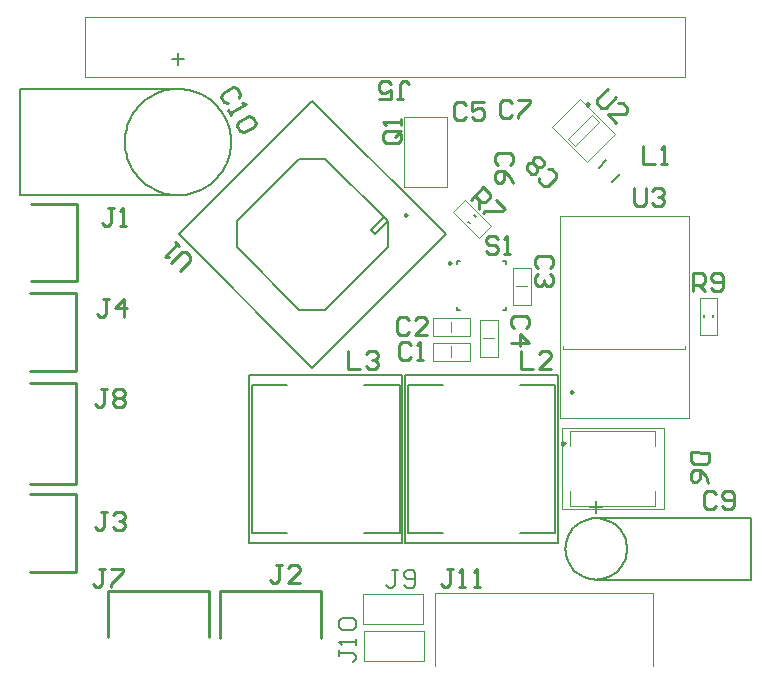
<source format=gto>
G04*
G04 #@! TF.GenerationSoftware,Altium Limited,Altium Designer,21.3.2 (30)*
G04*
G04 Layer_Color=65535*
%FSLAX25Y25*%
%MOIN*%
G70*
G04*
G04 #@! TF.SameCoordinates,2D34F3B8-E760-4067-911C-3035D0D24B3A*
G04*
G04*
G04 #@! TF.FilePolarity,Positive*
G04*
G01*
G75*
%ADD10C,0.00984*%
%ADD11C,0.00787*%
%ADD12C,0.00394*%
%ADD13C,0.01000*%
D10*
X196032Y187579D02*
X195294Y188005D01*
Y187153D01*
X196032Y187579D01*
X187894Y74508D02*
X187156Y74934D01*
Y74082D01*
X187894Y74508D01*
X150098Y134646D02*
X149360Y135072D01*
Y134220D01*
X150098Y134646D01*
X190847Y91732D02*
X190108Y92159D01*
Y91306D01*
X190847Y91732D01*
X135441Y150625D02*
X134702Y151051D01*
Y150198D01*
X135441Y150625D01*
D11*
X208661Y39370D02*
X208612Y40373D01*
X208465Y41367D01*
X208221Y42342D01*
X207882Y43287D01*
X207453Y44195D01*
X206936Y45057D01*
X206338Y45864D01*
X205663Y46608D01*
X204919Y47283D01*
X204112Y47881D01*
X203251Y48398D01*
X202342Y48827D01*
X201397Y49165D01*
X200422Y49410D01*
X199428Y49557D01*
X198425Y49606D01*
X197422Y49557D01*
X196428Y49410D01*
X195454Y49165D01*
X194508Y48827D01*
X193600Y48398D01*
X192738Y47881D01*
X191931Y47283D01*
X191187Y46608D01*
X190513Y45864D01*
X189914Y45057D01*
X189398Y44195D01*
X188968Y43287D01*
X188630Y42342D01*
X188386Y41367D01*
X188238Y40373D01*
X188189Y39370D01*
X188238Y38367D01*
X188386Y37373D01*
X188630Y36399D01*
X188968Y35453D01*
X189398Y34545D01*
X189914Y33683D01*
X190513Y32876D01*
X191187Y32132D01*
X191931Y31457D01*
X192738Y30859D01*
X193600Y30343D01*
X194508Y29913D01*
X195454Y29575D01*
X196428Y29331D01*
X197422Y29183D01*
X198425Y29134D01*
X199428Y29183D01*
X200422Y29331D01*
X201397Y29575D01*
X202342Y29913D01*
X203251Y30343D01*
X204112Y30859D01*
X204919Y31457D01*
X205663Y32132D01*
X206338Y32876D01*
X206936Y33683D01*
X207453Y34545D01*
X207882Y35453D01*
X208221Y36399D01*
X208465Y37373D01*
X208612Y38367D01*
X208661Y39370D01*
X76772Y175000D02*
X76743Y176002D01*
X76658Y177001D01*
X76517Y177994D01*
X76319Y178977D01*
X76067Y179948D01*
X75760Y180902D01*
X75399Y181838D01*
X74986Y182751D01*
X74522Y183640D01*
X74008Y184502D01*
X73447Y185332D01*
X72839Y186130D01*
X72188Y186892D01*
X71494Y187616D01*
X70760Y188299D01*
X69989Y188940D01*
X69183Y189536D01*
X68344Y190086D01*
X67476Y190587D01*
X66580Y191039D01*
X65661Y191439D01*
X64720Y191786D01*
X63762Y192080D01*
X62788Y192319D01*
X61802Y192502D01*
X60807Y192630D01*
X59807Y192701D01*
X58804Y192715D01*
X57803Y192672D01*
X56805Y192573D01*
X55814Y192418D01*
X54834Y192206D01*
X53867Y191940D01*
X52917Y191619D01*
X51987Y191245D01*
X51079Y190820D01*
X50197Y190343D01*
X49343Y189817D01*
X48520Y189244D01*
X47731Y188625D01*
X46979Y187963D01*
X46265Y187259D01*
X45592Y186515D01*
X44962Y185735D01*
X44377Y184921D01*
X43839Y184074D01*
X43350Y183199D01*
X42911Y182298D01*
X42524Y181372D01*
X42190Y180427D01*
X41910Y179464D01*
X41685Y178487D01*
X41516Y177499D01*
X41402Y176503D01*
X41346Y175501D01*
X41346Y174499D01*
X41402Y173498D01*
X41516Y172501D01*
X41685Y171513D01*
X41910Y170536D01*
X42190Y169573D01*
X42524Y168628D01*
X42911Y167703D01*
X43350Y166801D01*
X43839Y165926D01*
X44377Y165079D01*
X44962Y164265D01*
X45592Y163485D01*
X46264Y162741D01*
X46979Y162037D01*
X47731Y161375D01*
X48520Y160756D01*
X49343Y160183D01*
X50197Y159657D01*
X51079Y159180D01*
X51987Y158755D01*
X52917Y158381D01*
X53867Y158060D01*
X54834Y157794D01*
X55814Y157582D01*
X56805Y157427D01*
X57803Y157328D01*
X58804Y157285D01*
X59807Y157299D01*
X60807Y157370D01*
X61802Y157498D01*
X62788Y157681D01*
X63762Y157920D01*
X64720Y158214D01*
X65661Y158561D01*
X66580Y158961D01*
X67476Y159413D01*
X68344Y159914D01*
X69183Y160464D01*
X69989Y161060D01*
X70760Y161701D01*
X71494Y162384D01*
X72188Y163108D01*
X72839Y163870D01*
X73447Y164668D01*
X74008Y165499D01*
X74522Y166360D01*
X74986Y167249D01*
X75399Y168162D01*
X75760Y169098D01*
X76067Y170053D01*
X76319Y171023D01*
X76517Y172006D01*
X76658Y172999D01*
X76743Y173998D01*
X76772Y175000D01*
X234350Y116535D02*
Y117323D01*
X237303Y116535D02*
Y117323D01*
X198425Y49606D02*
X249902D01*
Y29035D02*
Y49606D01*
X198425Y29035D02*
X249902D01*
X198524Y51504D02*
Y55504D01*
X196524Y53504D02*
X200524D01*
X152165Y134350D02*
Y135236D01*
X153051D01*
X167421D02*
X168307D01*
Y134350D02*
Y135236D01*
Y119095D02*
Y119980D01*
X167421Y119095D02*
X168307D01*
X152165D02*
Y119980D01*
Y119095D02*
X153051D01*
X203800Y161805D02*
X206305Y164310D01*
X199206Y166398D02*
X201712Y168904D01*
X82677Y41240D02*
Y97342D01*
Y41240D02*
X133858D01*
Y97342D01*
X82677D02*
X133858D01*
X83661Y44685D02*
Y93898D01*
X132874Y44685D02*
Y93898D01*
X83661Y44685D02*
X95473D01*
X83661Y93898D02*
X95473D01*
X121063Y44685D02*
X132874D01*
X121063Y93898D02*
X132874D01*
X57055Y202716D02*
X61055D01*
X59055Y200716D02*
Y204716D01*
X6201Y157283D02*
X59055D01*
X6201D02*
Y192717D01*
X58858D01*
X173031Y93898D02*
X184843D01*
X173031Y44685D02*
X184843D01*
X135630Y93898D02*
X147441D01*
X135630Y44685D02*
X147441D01*
X184843D02*
Y93898D01*
X135630Y44685D02*
Y93898D01*
X134646Y97342D02*
X185827D01*
Y41240D02*
Y97342D01*
X134646Y41240D02*
X185827D01*
X134646D02*
Y97342D01*
X155764Y148447D02*
X156321Y147890D01*
X157852Y150535D02*
X158409Y149978D01*
X108154Y169485D02*
X129033Y148606D01*
X78644Y139976D02*
X99524Y119097D01*
X108154D02*
X129033Y139976D01*
X78644Y148606D02*
X99524Y169485D01*
X129033Y139976D02*
Y148606D01*
X99524Y119097D02*
X108154D01*
X99524Y169485D02*
X108154D01*
X78644Y139976D02*
Y148606D01*
X124857Y144430D02*
X129033Y148606D01*
X123465Y145823D02*
X124857Y144430D01*
X123465Y145823D02*
X127641Y149998D01*
X59296Y144291D02*
X103839Y99749D01*
X148381Y144291D01*
X59296D02*
X103839Y188833D01*
X148381Y144291D01*
X112600Y5511D02*
Y3543D01*
Y4527D01*
X117520D01*
X118504Y3543D01*
Y2559D01*
X117520Y1575D01*
X118504Y7478D02*
Y9446D01*
Y8462D01*
X112600D01*
X113584Y7478D01*
Y12398D02*
X112600Y13382D01*
Y15350D01*
X113584Y16334D01*
X117520D01*
X118504Y15350D01*
Y13382D01*
X117520Y12398D01*
X113584D01*
X132282Y32282D02*
X130314D01*
X131298D01*
Y27362D01*
X130314Y26378D01*
X129330D01*
X128347Y27362D01*
X134250D02*
X135234Y26378D01*
X137202D01*
X138186Y27362D01*
Y31298D01*
X137202Y32282D01*
X135234D01*
X134250Y31298D01*
Y30314D01*
X135234Y29330D01*
X138186D01*
D12*
X232972Y110827D02*
X238681D01*
X232972D02*
Y123031D01*
X238681D01*
Y110827D02*
Y123031D01*
X197141Y184029D02*
X199368Y181802D01*
X189067Y175956D02*
X191295Y173729D01*
X189067Y175956D02*
X197141Y184029D01*
X191295Y173729D02*
X199368Y181802D01*
X183709Y179923D02*
X193174Y189389D01*
X204727Y177835D01*
X195262Y168370D02*
X204727Y177835D01*
X183709Y179923D02*
X195262Y168370D01*
X186910Y52756D02*
X220965D01*
Y79528D01*
X186910D02*
X220965D01*
X186910Y52756D02*
Y79528D01*
X218111Y53741D02*
Y58563D01*
X189764Y53741D02*
Y58563D01*
X218111Y73721D02*
Y78544D01*
X189764Y73721D02*
Y78544D01*
Y53741D02*
X218111D01*
X189764Y78544D02*
X218111D01*
X187500Y105905D02*
Y107087D01*
Y105905D02*
X228051D01*
Y107087D01*
X229331Y83071D02*
Y150394D01*
X186221Y83071D02*
X229331D01*
X186221Y150394D02*
X229331D01*
X186221Y83071D02*
Y150394D01*
X156034Y24606D02*
X217224D01*
Y18676D02*
Y21580D01*
Y24606D01*
Y295D02*
Y18676D01*
X153740Y24606D02*
X156034D01*
X144783Y295D02*
Y24606D01*
X150381D02*
X153740D01*
X144783D02*
X147023D01*
X150381D01*
X227992Y196811D02*
Y216811D01*
X28012Y196811D02*
X227992D01*
X28012D02*
Y216811D01*
X227992D01*
X143898Y110433D02*
Y116339D01*
X156299D01*
X143898Y110433D02*
X156299D01*
X150098Y111614D02*
Y115157D01*
X156299Y110433D02*
Y116339D01*
X159383Y142879D02*
X163420Y146916D01*
X150753Y151509D02*
X159383Y142879D01*
X150753Y151509D02*
X154790Y155546D01*
X163420Y146916D01*
X170669Y133071D02*
X176575D01*
Y120669D02*
Y133071D01*
X170669Y120669D02*
Y133071D01*
X171850Y126870D02*
X175394D01*
X170669Y120669D02*
X176575D01*
X143898Y102165D02*
Y108071D01*
X156299D01*
X143898Y102165D02*
X156299D01*
X150098Y103347D02*
Y106890D01*
X156299Y102165D02*
Y108071D01*
X159646Y103347D02*
X165551D01*
X159646D02*
Y115748D01*
X165551Y103347D02*
Y115748D01*
X160827Y109547D02*
X164370D01*
X159646Y115748D02*
X165551D01*
X134463Y183333D02*
X141549Y183333D01*
X134463Y159908D02*
Y183333D01*
X141549Y183333D02*
X148538Y183333D01*
X148538Y159908D01*
X134463Y159908D02*
X148538Y159908D01*
X120925Y2087D02*
Y12047D01*
Y2087D02*
X140925D01*
Y12087D01*
X120925D02*
X140925D01*
X120728Y14390D02*
Y24350D01*
Y14390D02*
X140728D01*
Y24390D01*
X120728D02*
X140728D01*
D13*
X72970Y9744D02*
Y25197D01*
X106631Y9744D02*
Y25197D01*
X72970D02*
X106631D01*
X35531Y9843D02*
Y25295D01*
X69193Y9843D02*
Y25295D01*
X35531D02*
X69193D01*
X9646Y31791D02*
X25098D01*
Y57579D01*
X9744D02*
X25098D01*
X9646Y94784D02*
X25098D01*
X9646Y61122D02*
X25098D01*
Y94784D01*
X9646Y98819D02*
X25098D01*
Y124606D01*
X9744D02*
X25098D01*
X9941Y128543D02*
X25394D01*
Y154331D01*
X10039D02*
X25394D01*
X34707Y32770D02*
X32708D01*
X33708D01*
Y27771D01*
X32708Y26772D01*
X31708D01*
X30709Y27771D01*
X36707Y32770D02*
X40705D01*
Y31770D01*
X36707Y27771D01*
Y26772D01*
X79322Y189760D02*
X79735Y191112D01*
X78797Y192878D01*
X77445Y193291D01*
X73914Y191414D01*
X73501Y190062D01*
X74439Y188297D01*
X75791Y187883D01*
X75847Y185649D02*
X76786Y183883D01*
X76316Y184766D01*
X81612Y187582D01*
X80261Y187995D01*
X82607Y183582D02*
X83959Y183168D01*
X84898Y181403D01*
X84484Y180051D01*
X80953Y178174D01*
X79601Y178587D01*
X78663Y180353D01*
X79076Y181705D01*
X82607Y183582D01*
X150849Y32770D02*
X148850D01*
X149849D01*
Y27771D01*
X148850Y26772D01*
X147850D01*
X146850Y27771D01*
X152848Y26772D02*
X154848D01*
X153848D01*
Y32770D01*
X152848Y31770D01*
X157847Y26772D02*
X159846D01*
X158846D01*
Y32770D01*
X157847Y31770D01*
X165727Y142794D02*
X164727Y143793D01*
X162728D01*
X161729Y142794D01*
Y141794D01*
X162728Y140794D01*
X164727D01*
X165727Y139795D01*
Y138795D01*
X164727Y137795D01*
X162728D01*
X161729Y138795D01*
X167727Y137795D02*
X169726D01*
X168726D01*
Y143793D01*
X167727Y142794D01*
X230709Y125197D02*
Y131195D01*
X233708D01*
X234707Y130195D01*
Y128196D01*
X233708Y127196D01*
X230709D01*
X232708D02*
X234707Y125197D01*
X236707Y126197D02*
X237706Y125197D01*
X239706D01*
X240705Y126197D01*
Y130195D01*
X239706Y131195D01*
X237706D01*
X236707Y130195D01*
Y129196D01*
X237706Y128196D01*
X240705D01*
X156550Y155655D02*
X160791Y159896D01*
X162911Y157776D01*
Y156362D01*
X161498Y154948D01*
X160084D01*
X157963Y157069D01*
X159377Y155655D02*
Y152828D01*
X165032Y155655D02*
X167860Y152828D01*
X167153Y152121D01*
X161498Y152121D01*
X160791Y151414D01*
X35495Y92612D02*
X33495D01*
X34495D01*
Y87614D01*
X33495Y86614D01*
X32496D01*
X31496Y87614D01*
X37494Y91612D02*
X38494Y92612D01*
X40493D01*
X41493Y91612D01*
Y90613D01*
X40493Y89613D01*
X41493Y88613D01*
Y87614D01*
X40493Y86614D01*
X38494D01*
X37494Y87614D01*
Y88613D01*
X38494Y89613D01*
X37494Y90613D01*
Y91612D01*
X38494Y89613D02*
X40493D01*
X36085Y122534D02*
X34086D01*
X35086D01*
Y117535D01*
X34086Y116535D01*
X33086D01*
X32087Y117535D01*
X41084Y116535D02*
Y122534D01*
X38085Y119535D01*
X42083D01*
X35495Y51667D02*
X33495D01*
X34495D01*
Y46669D01*
X33495Y45669D01*
X32496D01*
X31496Y46669D01*
X37494Y50668D02*
X38494Y51667D01*
X40493D01*
X41493Y50668D01*
Y49668D01*
X40493Y48668D01*
X39494D01*
X40493D01*
X41493Y47669D01*
Y46669D01*
X40493Y45669D01*
X38494D01*
X37494Y46669D01*
X93762Y33951D02*
X91763D01*
X92763D01*
Y28952D01*
X91763Y27953D01*
X90763D01*
X89764Y28952D01*
X99761Y27953D02*
X95762D01*
X99761Y31951D01*
Y32951D01*
X98761Y33951D01*
X96762D01*
X95762Y32951D01*
X37857Y152848D02*
X35858D01*
X36857D01*
Y147850D01*
X35858Y146850D01*
X34858D01*
X33858Y147850D01*
X39856Y146850D02*
X41856D01*
X40856D01*
Y152848D01*
X39856Y151849D01*
X175077Y112956D02*
X176077Y113956D01*
Y115955D01*
X175077Y116955D01*
X171078D01*
X170079Y115955D01*
Y113956D01*
X171078Y112956D01*
X170079Y107958D02*
X176077D01*
X173078Y110957D01*
Y106958D01*
X182971Y133009D02*
X183970Y134009D01*
Y136008D01*
X182971Y137008D01*
X178972D01*
X177972Y136008D01*
Y134009D01*
X178972Y133009D01*
X182971Y131010D02*
X183970Y130010D01*
Y128011D01*
X182971Y127011D01*
X181971D01*
X180972Y128011D01*
Y129010D01*
Y128011D01*
X179972Y127011D01*
X178972D01*
X177972Y128011D01*
Y130010D01*
X178972Y131010D01*
X135889Y115628D02*
X134889Y116628D01*
X132889D01*
X131890Y115628D01*
Y111630D01*
X132889Y110630D01*
X134889D01*
X135889Y111630D01*
X141886Y110630D02*
X137888D01*
X141886Y114629D01*
Y115628D01*
X140887Y116628D01*
X138888D01*
X137888Y115628D01*
X136676Y107361D02*
X135676Y108360D01*
X133677D01*
X132677Y107361D01*
Y103362D01*
X133677Y102362D01*
X135676D01*
X136676Y103362D01*
X138675Y102362D02*
X140675D01*
X139675D01*
Y108360D01*
X138675Y107361D01*
X131927Y189278D02*
X133926D01*
X132926D01*
Y194276D01*
X133926Y195276D01*
X134925D01*
X135925Y194276D01*
X125928Y189278D02*
X129927D01*
Y192277D01*
X127928Y191277D01*
X126928D01*
X125928Y192277D01*
Y194276D01*
X126928Y195276D01*
X128928D01*
X129927Y194276D01*
X173425Y105408D02*
Y99410D01*
X177424D01*
X183422D02*
X179423D01*
X183422Y103408D01*
Y104408D01*
X182422Y105408D01*
X180423D01*
X179423Y104408D01*
X211024Y159541D02*
Y154543D01*
X212023Y153543D01*
X214023D01*
X215022Y154543D01*
Y159541D01*
X217022Y158542D02*
X218021Y159541D01*
X220021D01*
X221020Y158542D01*
Y157542D01*
X220021Y156542D01*
X219021D01*
X220021D01*
X221020Y155543D01*
Y154543D01*
X220021Y153543D01*
X218021D01*
X217022Y154543D01*
X236095Y71496D02*
X230099Y71654D01*
X230020Y68656D01*
X230993Y67630D01*
X234990Y67525D01*
X236016Y68498D01*
X236095Y71496D01*
X235832Y61503D02*
X234885Y63528D01*
X232939Y65579D01*
X230940Y65632D01*
X229915Y64658D01*
X229862Y62660D01*
X230835Y61634D01*
X231834Y61608D01*
X232860Y62581D01*
X232939Y65579D01*
X202280Y192817D02*
X198740Y189288D01*
X198737Y187875D01*
X200149Y186458D01*
X201562Y186456D01*
X205103Y189984D01*
X205088Y181502D02*
X202266Y184334D01*
X207921Y184325D01*
X208629Y185030D01*
X208631Y186444D01*
X207220Y187860D01*
X205806Y187863D01*
X59598Y131920D02*
X63083Y135504D01*
X63063Y136917D01*
X61629Y138311D01*
X60216Y138291D01*
X56731Y134707D01*
X59479Y140402D02*
X58045Y141795D01*
X58762Y141098D01*
X54581Y136798D01*
X55995Y136818D01*
X132465Y178802D02*
X128466D01*
X127466Y177802D01*
Y175803D01*
X128466Y174803D01*
X132465D01*
X133465Y175803D01*
Y177802D01*
X131465Y176803D02*
X133465Y178802D01*
Y177802D02*
X132465Y178802D01*
X133465Y180801D02*
Y182801D01*
Y181801D01*
X127466D01*
X128466Y180801D01*
X115748Y105211D02*
Y99213D01*
X119747D01*
X121746Y104211D02*
X122746Y105211D01*
X124745D01*
X125745Y104211D01*
Y103211D01*
X124745Y102212D01*
X123745D01*
X124745D01*
X125745Y101212D01*
Y100212D01*
X124745Y99213D01*
X122746D01*
X121746Y100212D01*
X214173Y173715D02*
Y167717D01*
X218172D01*
X220171D02*
X222171D01*
X221171D01*
Y173715D01*
X220171Y172715D01*
X238251Y57754D02*
X237251Y58754D01*
X235252D01*
X234252Y57754D01*
Y53756D01*
X235252Y52756D01*
X237251D01*
X238251Y53756D01*
X240250D02*
X241250Y52756D01*
X243249D01*
X244249Y53756D01*
Y57754D01*
X243249Y58754D01*
X241250D01*
X240250Y57754D01*
Y56755D01*
X241250Y55755D01*
X244249D01*
X179465Y163073D02*
Y161659D01*
X180879Y160245D01*
X182292D01*
X185120Y163073D01*
Y164486D01*
X183706Y165900D01*
X182292Y165900D01*
X178051Y164486D02*
X176637D01*
X175224Y165900D01*
Y167314D01*
X175931Y168021D01*
X177344D01*
Y169435D01*
X178051Y170141D01*
X179465D01*
X180879Y168728D01*
Y167314D01*
X180172Y166607D01*
X178758D01*
Y165193D01*
X178051Y164486D01*
X178758Y166607D02*
X177344Y168021D01*
X170286Y188069D02*
X169287Y189069D01*
X167287D01*
X166288Y188069D01*
Y184071D01*
X167287Y183071D01*
X169287D01*
X170286Y184071D01*
X172286Y189069D02*
X176284D01*
Y188069D01*
X172286Y184071D01*
Y183071D01*
X169565Y167261D02*
X170565Y168261D01*
Y170260D01*
X169565Y171260D01*
X165567D01*
X164567Y170260D01*
Y168261D01*
X165567Y167261D01*
X170565Y161263D02*
X169565Y163262D01*
X167566Y165262D01*
X165567D01*
X164567Y164262D01*
Y162263D01*
X165567Y161263D01*
X166566D01*
X167566Y162263D01*
Y165262D01*
X155180Y187282D02*
X154180Y188282D01*
X152181D01*
X151181Y187282D01*
Y183283D01*
X152181Y182283D01*
X154180D01*
X155180Y183283D01*
X161178Y188282D02*
X157179D01*
Y185283D01*
X159178Y186282D01*
X160178D01*
X161178Y185283D01*
Y183283D01*
X160178Y182283D01*
X158179D01*
X157179Y183283D01*
M02*

</source>
